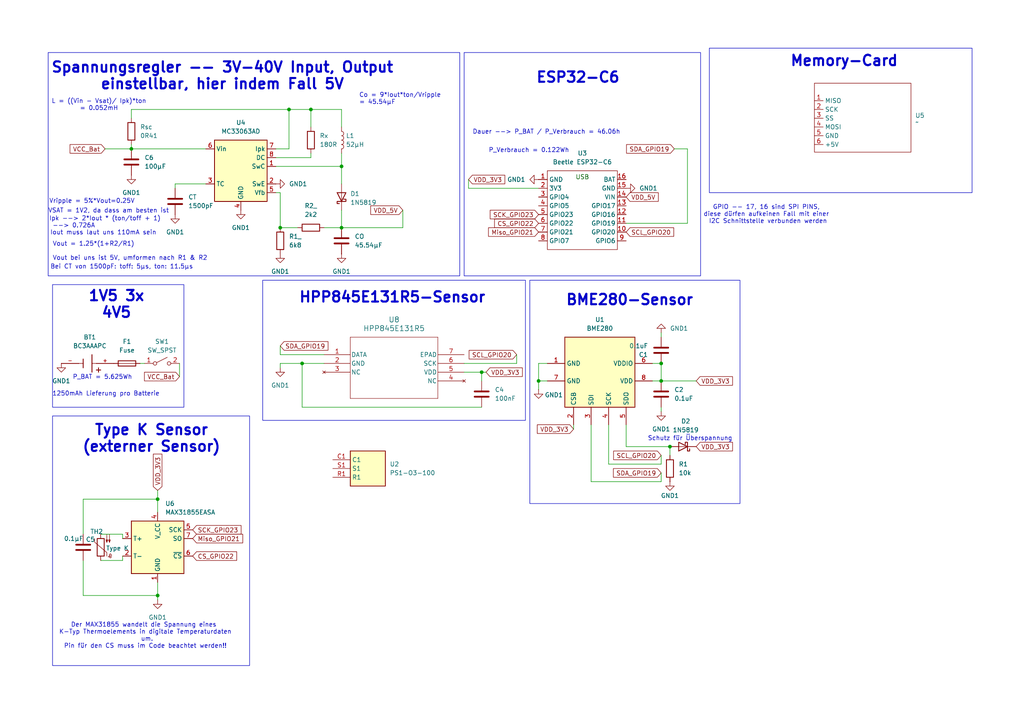
<source format=kicad_sch>
(kicad_sch (version 20231120) (generator "eeschema") (generator_version "8.0")
  (paper "A4")
  (lib_symbols
    (symbol "BC3AAPC:BC3AAPC" (pin_names (offset 1.016))
      (property "Reference" "BT" (at -3.81 3.81 0))
      (property "Value" "BC3AAPC" (at -3.81 -5.08 0))
      (symbol "BC3AAPC_0_0"
        (polyline (pts (xy -3.81 1.905) (xy -2.54 1.905)) (stroke (width 0.254)))
        (polyline (pts (xy -3.175 2.54) (xy -3.175 1.27)) (stroke (width 0.254)))
        (polyline (pts (xy -1.27 0) (xy -2.54 0)) (stroke (width 0.1524)))
        (polyline (pts (xy -1.27 0) (xy -1.27 -2.54)) (stroke (width 0.254)))
        (polyline (pts (xy -1.27 2.54) (xy -1.27 0)) (stroke (width 0.254)))
        (polyline (pts (xy 1.27 0) (xy 1.27 -1.27)) (stroke (width 0.254)))
        (polyline (pts (xy 1.27 0) (xy 2.54 0)) (stroke (width 0.1524)))
        (polyline (pts (xy 1.27 1.27) (xy 1.27 0)) (stroke (width 0.254)))
        (pin passive line (at -7.62 0 0) (length 5.08) (name "~") (number "+"))
        (pin passive line (at 7.62 0 180) (length 5.08) (name "~") (number "-"))
      )
    )
    (symbol "Device:C" (pin_numbers hide) (pin_names (offset 0.254))
      (property "Reference" "C" (at 0.635 2.54 0))
      (property "Value" "C" (at 0.635 -2.54 0))
      (symbol "C_0_1"
        (polyline (pts (xy -2.032 -0.762) (xy 2.032 -0.762)) (stroke (width 0.508)))
        (polyline (pts (xy -2.032 0.762) (xy 2.032 0.762)) (stroke (width 0.508)))
      )
      (symbol "C_1_1"
        (pin passive line (at 0 3.81 270) (length 2.794) (name "~") (number "1"))
        (pin passive line (at 0 -3.81 90) (length 2.794) (name "~") (number "2"))
      )
    )
    (symbol "Device:Fuse" (pin_numbers hide) (pin_names (offset 0))
      (property "Reference" "F" (at 2.032 0 90))
      (property "Value" "Fuse" (at -1.905 0 90))
      (symbol "Fuse_0_1"
        (rectangle (start -0.762 -2.54) (end 0.762 2.54) (stroke (width 0.254)))
        (polyline (pts (xy 0 2.54) (xy 0 -2.54)))
      )
      (symbol "Fuse_1_1"
        (pin passive line (at 0 3.81 270) (length 1.27) (name "~") (number "1"))
        (pin passive line (at 0 -3.81 90) (length 1.27) (name "~") (number "2"))
      )
    )
    (symbol "Device:L" (pin_numbers hide) (pin_names (offset 1.016) hide)
      (property "Reference" "L" (at -1.27 0 90))
      (property "Value" "L" (at 1.905 0 90))
      (symbol "L_0_1"
        (arc (start 0 -2.54) (mid 0.6323 -1.905) (end 0 -1.27))
        (arc (start 0 -1.27) (mid 0.6323 -0.635) (end 0 0))
        (arc (start 0 0) (mid 0.6323 0.635) (end 0 1.27))
        (arc (start 0 1.27) (mid 0.6323 1.905) (end 0 2.54))
      )
      (symbol "L_1_1"
        (pin passive line (at 0 3.81 270) (length 1.27) (name "1") (number "1"))
        (pin passive line (at 0 -3.81 90) (length 1.27) (name "2") (number "2"))
      )
    )
    (symbol "Device:R" (pin_numbers hide) (pin_names (offset 0))
      (property "Reference" "R" (at 2.032 0 90))
      (property "Value" "R" (at 0 0 90))
      (symbol "R_0_1"
        (rectangle (start -1.016 -2.54) (end 1.016 2.54) (stroke (width 0.254)))
      )
      (symbol "R_1_1"
        (pin passive line (at 0 3.81 270) (length 1.27) (name "~") (number "1"))
        (pin passive line (at 0 -3.81 90) (length 1.27) (name "~") (number "2"))
      )
    )
    (symbol "Diode:1N5819" (pin_numbers hide) (pin_names (offset 1.016) hide)
      (property "Reference" "D" (at 0 2.54 0))
      (property "Value" "1N5819" (at 0 -2.54 0))
      (symbol "1N5819_0_1"
        (polyline (pts (xy 1.27 0) (xy -1.27 0)))
        (polyline (pts (xy 1.27 1.27) (xy 1.27 -1.27) (xy -1.27 0) (xy 1.27 1.27)) (stroke (width 0.254)))
        (polyline (pts (xy -1.905 0.635) (xy -1.905 1.27) (xy -1.27 1.27) (xy -1.27 -1.27) (xy -0.635 -1.27) (xy -0.635 -0.635)) (stroke (width 0.254)))
      )
      (symbol "1N5819_1_1"
        (pin passive line (at -3.81 0 0) (length 2.54) (name "K") (number "1"))
        (pin passive line (at 3.81 0 180) (length 2.54) (name "A") (number "2"))
      )
    )
    (symbol "HPP845E131R5_1" (pin_names (offset 0.254))
      (property "Reference" "U" (at 20.32 10.16 0))
      (property "Value" "HPP845E131R5" (at 20.32 7.62 0))
      (symbol "HPP845E131R5_1_0_1"
        (polyline (pts (xy 7.62 -12.7) (xy 33.02 -12.7)) (stroke (width 0.127)))
        (polyline (pts (xy 7.62 5.08) (xy 7.62 -12.7)) (stroke (width 0.127)))
        (polyline (pts (xy 33.02 -12.7) (xy 33.02 5.08)) (stroke (width 0.127)))
        (polyline (pts (xy 33.02 5.08) (xy 7.62 5.08)) (stroke (width 0.127)))
        (pin unspecified line (at 0 0 0) (length 7.62) (name "DATA") (number "1"))
        (pin power_out line (at 0 -2.54 0) (length 7.62) (name "GND") (number "2"))
        (pin no_connect line (at 0 -5.08 0) (length 7.62) (name "NC") (number "3"))
        (pin no_connect line (at 40.64 -7.62 180) (length 7.62) (name "NC") (number "4"))
        (pin power_in line (at 40.64 -5.08 180) (length 7.62) (name "VDD") (number "5"))
        (pin unspecified line (at 40.64 -2.54 180) (length 7.62) (name "SCK") (number "6"))
        (pin unspecified line (at 40.64 0 180) (length 7.62) (name "EPAD") (number "7"))
      )
    )
    (symbol "PS1-O3-100:PS1-O3-100"
      (property "Reference" "U" (at 16.51 7.62 0))
      (property "Value" "PS1-O3-100" (at 16.51 5.08 0))
      (symbol "PS1-O3-100_1_1"
        (rectangle (start 5.08 2.54) (end 15.24 -7.62) (stroke (width 0.254)) (fill (type background)))
        (pin passive line (at 0 0 0) (length 5.08) (name "C1") (number "C1"))
        (pin passive line (at 0 -5.08 0) (length 5.08) (name "R1") (number "R1"))
        (pin passive line (at 0 -2.54 0) (length 5.08) (name "S1") (number "S1"))
      )
    )
    (symbol "Regulator_Switching:MC33063AD"
      (property "Reference" "U" (at -7.62 8.89 0))
      (property "Value" "MC33063AD" (at 0 8.89 0))
      (symbol "MC33063AD_0_1"
        (rectangle (start -7.62 7.62) (end 7.62 -10.16) (stroke (width 0.254)) (fill (type background)))
      )
      (symbol "MC33063AD_1_1"
        (pin open_collector line (at 10.16 0 180) (length 2.54) (name "SwC") (number "1"))
        (pin open_emitter line (at 10.16 -5.08 180) (length 2.54) (name "SwE") (number "2"))
        (pin passive line (at -10.16 -5.08 0) (length 2.54) (name "TC") (number "3"))
        (pin power_in line (at 0 -12.7 90) (length 2.54) (name "GND") (number "4"))
        (pin input line (at 10.16 -7.62 180) (length 2.54) (name "Vfb") (number "5"))
        (pin power_in line (at -10.16 5.08 0) (length 2.54) (name "Vin") (number "6"))
        (pin input line (at 10.16 5.08 180) (length 2.54) (name "Ipk") (number "7"))
        (pin open_collector line (at 10.16 2.54 180) (length 2.54) (name "DC") (number "8"))
      )
    )
    (symbol "SD_Card_Module:Modul_Fermion"
      (property "Reference" "U" (at 0 2.032 0))
      (symbol "Modul_Fermion_0_1"
        (rectangle (start 0 5.08) (end 28 -14.92))
      )
      (symbol "Modul_Fermion_1_1"
        (pin input line (at 0 0 0) (length 2.54) (name "MISO") (number "1"))
        (pin input line (at 0 -2.54 0) (length 2.54) (name "SCK") (number "2"))
        (pin input line (at 0 -5.08 0) (length 2.54) (name "SS") (number "3"))
        (pin input line (at 0 -7.62 0) (length 2.54) (name "MOSI") (number "4"))
        (pin input line (at 0 -10.16 0) (length 2.54) (name "GND") (number "5"))
        (pin input line (at 0 -12.7 0) (length 2.54) (name "+5V") (number "6"))
      )
    )
    (symbol "Sensor:BME280"
      (property "Reference" "U" (at -8.89 11.43 0))
      (property "Value" "BME280" (at 7.62 11.43 0))
      (symbol "BME280_0_1"
        (rectangle (start -10.16 10.16) (end 10.16 -10.16) (stroke (width 0.254)) (fill (type background)))
      )
      (symbol "BME280_1_1"
        (pin power_in line (at -2.54 -15.24 90) (length 5.08) (name "GND") (number "1"))
        (pin input line (at 15.24 -7.62 180) (length 5.08) (name "CSB") (number "2"))
        (pin bidirectional line (at 15.24 -2.54 180) (length 5.08) (name "SDI") (number "3"))
        (pin input line (at 15.24 2.54 180) (length 5.08) (name "SCK") (number "4"))
        (pin bidirectional line (at 15.24 7.62 180) (length 5.08) (name "SDO") (number "5"))
        (pin power_in line (at -2.54 15.24 270) (length 5.08) (name "VDDIO") (number "6"))
        (pin power_in line (at 2.54 -15.24 90) (length 5.08) (name "GND") (number "7"))
        (pin power_in line (at 2.54 15.24 270) (length 5.08) (name "VDD") (number "8"))
      )
    )
    (symbol "Sensor_Temperature:MAX31855EASA"
      (property "Reference" "U" (at -7.62 8.89 0))
      (property "Value" "MAX31855EASA" (at 1.27 8.89 0))
      (symbol "MAX31855EASA_0_1"
        (rectangle (start -7.62 7.62) (end 7.62 -7.62) (stroke (width 0.254)) (fill (type background)))
      )
      (symbol "MAX31855EASA_1_1"
        (pin power_in line (at 0 -10.16 90) (length 2.54) (name "GND") (number "1"))
        (pin passive line (at -10.16 -2.54 0) (length 2.54) (name "T-") (number "2"))
        (pin passive line (at -10.16 2.54 0) (length 2.54) (name "T+") (number "3"))
        (pin power_in line (at 0 10.16 270) (length 2.54) (name "V_CC") (number "4"))
        (pin input line (at 10.16 5.08 180) (length 2.54) (name "SCK") (number "5"))
        (pin input line (at 10.16 -2.54 180) (length 2.54) (name "~{CS}") (number "6"))
        (pin tri_state line (at 10.16 2.54 180) (length 2.54) (name "SO") (number "7"))
      )
    )
    (symbol "Sensor_Temperature:PT100" (pin_numbers hide) (pin_names (offset 0))
      (property "Reference" "TH" (at -4.445 0 90))
      (property "Value" "PT100" (at 3.175 0 90))
      (symbol "PT100_0_1"
        (arc (start -3.048 2.159) (mid -3.0495 2.3143) (end -3.175 2.413))
        (arc (start -3.048 2.159) (mid -2.9736 1.9794) (end -2.794 1.905))
        (arc (start -3.048 2.794) (mid -2.9736 2.6144) (end -2.794 2.54))
        (arc (start -2.794 1.905) (mid -2.6144 1.9794) (end -2.54 2.159))
        (arc (start -2.794 2.54) (mid -2.4393 2.5587) (end -2.159 2.794))
        (arc (start -2.794 3.048) (mid -2.9736 2.9736) (end -3.048 2.794))
        (arc (start -2.54 2.794) (mid -2.6144 2.9736) (end -2.794 3.048))
        (rectangle (start -1.016 2.54) (end 1.016 -2.54) (stroke (width 0.254)))
        (polyline (pts (xy -2.54 2.159) (xy -2.54 2.794)))
        (polyline (pts (xy -1.778 2.54) (xy -1.778 1.524) (xy 1.778 -1.524) (xy 1.778 -2.54)))
        (polyline (pts (xy -2.54 -3.683) (xy -2.54 -1.397) (xy -2.794 -2.159) (xy -2.286 -2.159) (xy -2.54 -1.397) (xy -2.54 -1.651)) (fill (type outline)))
        (polyline (pts (xy -1.778 -3.683) (xy -1.778 -1.397) (xy -2.032 -2.159) (xy -1.524 -2.159) (xy -1.778 -1.397) (xy -1.778 -1.651)) (fill (type outline)))
      )
      (symbol "PT100_1_1"
        (pin passive line (at 0 3.81 270) (length 1.27) (name "~") (number "1"))
        (pin passive line (at 0 -3.81 90) (length 1.27) (name "~") (number "2"))
      )
    )
    (symbol "Switch:SW_SPST" (pin_names (offset 0) hide)
      (property "Reference" "SW" (at 0 3.175 0))
      (property "Value" "SW_SPST" (at 0 -2.54 0))
      (symbol "SW_SPST_0_0"
        (circle (center -2.032 0) (radius 0.508))
        (polyline (pts (xy -1.524 0.254) (xy 1.524 1.778)))
        (circle (center 2.032 0) (radius 0.508))
      )
      (symbol "SW_SPST_1_1"
        (pin passive line (at -5.08 0 0) (length 2.54) (name "A") (number "1"))
        (pin passive line (at 5.08 0 180) (length 2.54) (name "B") (number "2"))
      )
    )
    (symbol "beetle_esp32-c6:Beetle_ESP32-C6"
      (property "Reference" "U" (at 0.762 23.876 0))
      (property "Value" "Beetle ESP32-C6" (at 10.414 9.398 90))
      (symbol "Beetle_ESP32-C6_0_1"
        (rectangle (start 0 22.86) (end 20.32 0))
      )
      (symbol "Beetle_ESP32-C6_1_1"
        (text "USB" (at 10.16 21.082 0) (effects (font (size 1.27 1.27))))
        (pin power_out line (at -2.54 20.32 0) (length 2.54) (name "GND") (number "1"))
        (pin bidirectional line (at 22.86 5.08 180) (length 2.54) (name "GPIO20") (number "10"))
        (pin bidirectional line (at 22.86 7.62 180) (length 2.54) (name "GPIO19") (number "11"))
        (pin bidirectional line (at 22.86 10.16 180) (length 2.54) (name "GPIO16") (number "12"))
        (pin bidirectional line (at 22.86 12.7 180) (length 2.54) (name "GPIO17") (number "13"))
        (pin power_in line (at 22.86 15.24 180) (length 2.54) (name "VIN") (number "14"))
        (pin power_in line (at 22.86 17.78 180) (length 2.54) (name "GND") (number "15"))
        (pin power_in line (at 22.86 20.32 180) (length 2.54) (name "BAT") (number "16"))
        (pin power_out line (at -2.54 17.78 0) (length 2.54) (name "3V3") (number "2"))
        (pin bidirectional line (at -2.54 15.24 0) (length 2.54) (name "GPIO4") (number "3"))
        (pin bidirectional line (at -2.54 12.7 0) (length 2.54) (name "GPIO5") (number "4"))
        (pin bidirectional line (at -2.54 10.16 0) (length 2.54) (name "GPIO23") (number "5"))
        (pin bidirectional line (at -2.54 7.62 0) (length 2.54) (name "GPIO22") (number "6"))
        (pin bidirectional line (at -2.54 5.08 0) (length 2.54) (name "GPIO21") (number "7"))
        (pin bidirectional line (at -2.54 2.54 0) (length 2.54) (name "GPIO7") (number "8"))
        (pin bidirectional line (at 22.86 2.54 180) (length 2.54) (name "GPIO6") (number "9"))
      )
    )
    (symbol "power:GND1" (power) (pin_numbers hide) (pin_names (offset 0) hide)
      (property "Value" "GND1" (at 0 -3.81 0))
      (symbol "GND1_0_1"
        (polyline (pts (xy 0 0) (xy 0 -1.27) (xy 1.27 -1.27) (xy 0 -2.54) (xy -1.27 -1.27) (xy 0 -1.27)))
      )
      (symbol "GND1_1_1"
        (pin power_in line (at 0 0 270) (length 0) (name "~") (number "1"))
      )
    )
  )
  (junction (at 194.31 129.54))
  (junction (at 156.21 110.49))
  (junction (at 99.06 48.26))
  (junction (at 45.72 172.72))
  (junction (at 191.77 110.49))
  (junction (at 83.82 31.75))
  (junction (at 45.72 144.78))
  (junction (at 99.06 66.04))
  (junction (at 87.63 105.41))
  (junction (at 38.1 43.18))
  (junction (at 90.17 31.75))
  (junction (at 81.28 66.04))
  (junction (at 191.77 105.41))
  (junction (at 139.7 107.95))
  (wire (pts (xy 139.7 107.95) (xy 140.97 107.95)))
  (wire (pts (xy 81.28 105.41) (xy 81.28 106.68)))
  (wire (pts (xy 81.28 66.04) (xy 86.36 66.04)))
  (wire (pts (xy 99.06 53.34) (xy 99.06 48.26)))
  (wire (pts (xy 191.77 119.38) (xy 191.77 118.11)))
  (wire (pts (xy 52.07 105.41) (xy 52.07 109.22)))
  (wire (pts (xy 80.01 45.72) (xy 90.17 45.72)))
  (wire (pts (xy 93.98 105.41) (xy 87.63 105.41)))
  (wire (pts (xy 99.06 66.04) (xy 99.06 60.96)))
  (wire (pts (xy 24.13 144.78) (xy 24.13 154.94)))
  (wire (pts (xy 38.1 31.75) (xy 83.82 31.75)))
  (wire (pts (xy 139.7 110.49) (xy 139.7 107.95)))
  (wire (pts (xy 87.63 118.11) (xy 87.63 105.41)))
  (wire (pts (xy 181.61 129.54) (xy 194.31 129.54)))
  (wire (pts (xy 99.06 44.45) (xy 99.06 48.26)))
  (wire (pts (xy 38.1 43.18) (xy 59.69 43.18)))
  (wire (pts (xy 24.13 162.56) (xy 24.13 172.72)))
  (wire (pts (xy 134.62 107.95) (xy 139.7 107.95)))
  (wire (pts (xy 116.84 66.04) (xy 99.06 66.04)))
  (wire (pts (xy 189.23 110.49) (xy 191.77 110.49)))
  (wire (pts (xy 35.56 162.56) (xy 35.56 161.29)))
  (wire (pts (xy 93.98 66.04) (xy 99.06 66.04)))
  (wire (pts (xy 35.56 156.21) (xy 35.56 154.94)))
  (wire (pts (xy 45.72 144.78) (xy 45.72 148.59)))
  (wire (pts (xy 189.23 105.41) (xy 191.77 105.41)))
  (wire (pts (xy 45.72 144.78) (xy 24.13 144.78)))
  (wire (pts (xy 171.45 123.19) (xy 171.45 139.7)))
  (wire (pts (xy 24.13 172.72) (xy 45.72 172.72)))
  (wire (pts (xy 80.01 48.26) (xy 99.06 48.26)))
  (wire (pts (xy 81.28 102.87) (xy 93.98 102.87)))
  (wire (pts (xy 149.86 105.41) (xy 134.62 105.41)))
  (wire (pts (xy 81.28 55.88) (xy 81.28 66.04)))
  (wire (pts (xy 90.17 31.75) (xy 99.06 31.75)))
  (wire (pts (xy 45.72 168.91) (xy 45.72 172.72)))
  (wire (pts (xy 199.39 64.77) (xy 181.61 64.77)))
  (wire (pts (xy 59.69 53.34) (xy 50.8 53.34)))
  (wire (pts (xy 156.21 105.41) (xy 158.75 105.41)))
  (wire (pts (xy 29.21 162.56) (xy 35.56 162.56)))
  (wire (pts (xy 156.21 113.03) (xy 156.21 110.49)))
  (wire (pts (xy 116.84 60.96) (xy 116.84 66.04)))
  (wire (pts (xy 45.72 142.24) (xy 45.72 144.78)))
  (wire (pts (xy 166.37 124.46) (xy 166.37 123.19)))
  (wire (pts (xy 201.93 110.49) (xy 191.77 110.49)))
  (wire (pts (xy 29.21 154.94) (xy 35.56 154.94)))
  (wire (pts (xy 135.89 52.07) (xy 135.89 54.61)))
  (wire (pts (xy 45.72 173.99) (xy 45.72 172.72)))
  (wire (pts (xy 135.89 54.61) (xy 156.21 54.61)))
  (wire (pts (xy 50.8 53.34) (xy 50.8 54.61)))
  (wire (pts (xy 41.91 105.41) (xy 40.64 105.41)))
  (wire (pts (xy 176.53 134.62) (xy 191.77 134.62)))
  (wire (pts (xy 156.21 105.41) (xy 156.21 110.49)))
  (wire (pts (xy 176.53 134.62) (xy 176.53 123.19)))
  (wire (pts (xy 191.77 105.41) (xy 191.77 110.49)))
  (wire (pts (xy 30.48 43.18) (xy 38.1 43.18)))
  (wire (pts (xy 191.77 137.16) (xy 191.77 139.7)))
  (wire (pts (xy 80.01 55.88) (xy 81.28 55.88)))
  (wire (pts (xy 139.7 118.11) (xy 87.63 118.11)))
  (wire (pts (xy 191.77 139.7) (xy 171.45 139.7)))
  (wire (pts (xy 195.58 43.18) (xy 199.39 43.18)))
  (wire (pts (xy 90.17 45.72) (xy 90.17 44.45)))
  (wire (pts (xy 83.82 31.75) (xy 83.82 43.18)))
  (wire (pts (xy 199.39 43.18) (xy 199.39 64.77)))
  (wire (pts (xy 99.06 31.75) (xy 99.06 36.83)))
  (wire (pts (xy 191.77 96.52) (xy 191.77 97.79)))
  (wire (pts (xy 83.82 31.75) (xy 90.17 31.75)))
  (wire (pts (xy 181.61 123.19) (xy 181.61 129.54)))
  (wire (pts (xy 194.31 129.54) (xy 194.31 132.08)))
  (wire (pts (xy 149.86 102.87) (xy 149.86 105.41)))
  (wire (pts (xy 87.63 105.41) (xy 81.28 105.41)))
  (wire (pts (xy 191.77 132.08) (xy 191.77 134.62)))
  (wire (pts (xy 90.17 31.75) (xy 90.17 36.83)))
  (wire (pts (xy 38.1 41.91) (xy 38.1 43.18)))
  (wire (pts (xy 38.1 34.29) (xy 38.1 31.75)))
  (wire (pts (xy 83.82 43.18) (xy 80.01 43.18)))
  (wire (pts (xy 156.21 110.49) (xy 158.75 110.49)))
  (wire (pts (xy 81.28 100.33) (xy 81.28 102.87)))
  (rectangle (start 134.62 15.24) (end 203.2 80.01))
  (rectangle (start 76.2 81.28) (end 152.4 121.92))
  (rectangle (start 153.67 81.28) (end 214.63 146.05))
  (rectangle (start 205.74 13.97) (end 281.94 55.88))
  (rectangle (start 15.24 82.55) (end 53.34 118.11))
  (rectangle (start 15.24 120.65) (end 72.39 193.04))
  (rectangle (start 13.97 15.24) (end 133.35 80.01))
  (text "BME280-Sensor" (at 182.626 87.122 0) (effects (font (size 3 3) (bold yes))))
  (text "Vripple = 5%*Vout=0.25V" (at 26.67 58.42 0) (effects (font (size 1.27 1.27))))
  (text "Spannungsregler -- 3V-40V Input, Output\neinstellbar, hier indem Fall 5V" (at 64.516 22.098 0) (effects (font (size 3 3) (bold yes))))
  (text "HPP845E131R5-Sensor" (at 113.792 86.36 0) (effects (font (size 3 3) (bold yes))))
  (text "P_Verbrauch = 0.122Wh" (at 153.416 43.688 0) (effects (font (size 1.27 1.27))))
  (text "Ipk --> 2*Iout * (ton/toff + 1)\n --> 0.726A" (at 14.224 64.516 0) (effects (font (size 1.27 1.27)) (justify left)))
  (text "Type K Sensor\n(externer Sensor)\n" (at 43.942 127.254 0) (effects (font (size 3 3) (thickness 0.6) (bold yes))))
  (text "1V5 3x\n4V5" (at 33.782 88.392 0) (effects (font (size 3 3) (thickness 0.6) (bold yes))))
  (text "Memory-Card\n" (at 244.856 17.78 0) (effects (font (size 3 3) (thickness 0.6) (bold yes))))
  (text "Bei CT von 1500pF: toff: 5µs, ton: 11.5µs" (at 35.306 77.47 0) (effects (font (size 1.27 1.27))))
  (text "Dauer --> P_BAT / P_Verbrauch = 46.06h" (at 158.496 38.354 0) (effects (font (size 1.27 1.27))))
  (text "Iout muss laut uns 110mA sein" (at 29.972 67.564 0) (effects (font (size 1.27 1.27))))
  (text "ESP32-C6" (at 167.64 22.606 0) (effects (font (size 3 3) (bold yes))))
  (text "Der MAX31855 wandelt die Spannung eines \nK-Typ Thermoelements in digitale Temperaturdaten\n um.\nPin für den CS muss im Code beachtet werden!!\n" (at 42.164 184.404 0) (effects (font (size 1.27 1.27))))
  (text "VSAT = 1V2, da dass am besten ist\n" (at 31.496 61.214 0) (effects (font (size 1.27 1.27))))
  (text "1250mAh Lieferung pro Batterie" (at 30.734 114.3 0) (effects (font (size 1.27 1.27))))
  (text "Co = 9*Iout*ton/Vripple\n= 45.54µF" (at 104.14 28.702 0) (effects (font (size 1.27 1.27)) (justify left)))
  (text "Vout = 1.25*(1+R2/R1)\n\nVout bei uns ist 5V, umformen nach R1 & R2" (at 15.24 72.898 0) (effects (font (size 1.27 1.27)) (justify left)))
  (text "Schutz für Überspannung" (at 200.152 127.254 0) (effects (font (size 1.27 1.27))))
  (text "P_BAT = 5.625Wh" (at 29.718 109.474 0) (effects (font (size 1.27 1.27))))
  (text "L = ((Vin - Vsat)/ Ipk)*ton\n= 0.052mH\n" (at 28.702 30.48 0) (effects (font (size 1.27 1.27))))
  (text "GPIO -- 17, 16 sind SPI PINS, \ndiese dürfen aufkeinen Fall mit einer \nI2C Schnittstelle verbunden werden" (at 222.758 62.23 0) (effects (font (size 1.27 1.27))))
  (global_label "SCL_GPIO20" (shape input) (at 149.86 102.87 180) (property "Intersheetrefs" "${INTERSHEET_REFS}" (effects (hide yes))))
  (global_label "VDD_3V3" (shape input) (at 45.72 142.24 90) (property "Intersheetrefs" "${INTERSHEET_REFS}" (effects (hide yes))))
  (global_label "SCK_GPIO23" (shape input) (at 156.21 62.23 180) (property "Intersheetrefs" "${INTERSHEET_REFS}" (effects (hide yes))))
  (global_label "SDA_GPIO19" (shape input) (at 81.28 100.33 0) (property "Intersheetrefs" "${INTERSHEET_REFS}" (effects (hide yes))))
  (global_label "CS_GPIO22" (shape input) (at 55.88 161.29 0) (property "Intersheetrefs" "${INTERSHEET_REFS}" (effects (hide yes))))
  (global_label "SCL_GPIO20" (shape input) (at 191.77 132.08 180) (property "Intersheetrefs" "${INTERSHEET_REFS}" (effects (hide yes))))
  (global_label "VCC_Bat" (shape input) (at 52.07 109.22 180) (property "Intersheetrefs" "${INTERSHEET_REFS}" (effects (hide yes))))
  (global_label "VCC_Bat" (shape input) (at 30.48 43.18 180) (property "Intersheetrefs" "${INTERSHEET_REFS}" (effects (hide yes))))
  (global_label "VDD_3V3" (shape input) (at 201.93 129.54 0) (property "Intersheetrefs" "${INTERSHEET_REFS}" (effects (hide yes))))
  (global_label "SCL_GPIO20" (shape input) (at 181.61 67.31 0) (property "Intersheetrefs" "${INTERSHEET_REFS}" (effects (hide yes))))
  (global_label "VDD_3V3" (shape input) (at 135.89 52.07 0) (property "Intersheetrefs" "${INTERSHEET_REFS}" (effects (hide yes))))
  (global_label "VDD_5V" (shape input) (at 181.61 57.15 0) (property "Intersheetrefs" "${INTERSHEET_REFS}" (effects (hide yes))))
  (global_label "VDD_5V" (shape input) (at 116.84 60.96 180) (property "Intersheetrefs" "${INTERSHEET_REFS}" (effects (hide yes))))
  (global_label "SCK_GPIO23" (shape input) (at 55.88 153.67 0) (property "Intersheetrefs" "${INTERSHEET_REFS}" (effects (hide yes))))
  (global_label "CS_GPIO22" (shape input) (at 156.21 64.77 180) (property "Intersheetrefs" "${INTERSHEET_REFS}" (effects (hide yes))))
  (global_label "SDA_GPIO19" (shape input) (at 191.77 137.16 180) (property "Intersheetrefs" "${INTERSHEET_REFS}" (effects (hide yes))))
  (global_label "Miso_GPIO21" (shape input) (at 55.88 156.21 0) (property "Intersheetrefs" "${INTERSHEET_REFS}" (effects (hide yes))))
  (global_label "VDD_3V3" (shape input) (at 166.37 124.46 180) (property "Intersheetrefs" "${INTERSHEET_REFS}" (effects (hide yes))))
  (global_label "VDD_3V3" (shape input) (at 201.93 110.49 0) (property "Intersheetrefs" "${INTERSHEET_REFS}" (effects (hide yes))))
  (global_label "SDA_GPIO19" (shape input) (at 195.58 43.18 180) (property "Intersheetrefs" "${INTERSHEET_REFS}" (effects (hide yes))))
  (global_label "Miso_GPIO21" (shape input) (at 156.21 67.31 180) (property "Intersheetrefs" "${INTERSHEET_REFS}" (effects (hide yes))))
  (global_label "VDD_3V3" (shape input) (at 140.97 107.95 0) (property "Intersheetrefs" "${INTERSHEET_REFS}" (effects (hide yes))))
  (symbol (lib_id "power:GND1") (at 80.01 53.34 90) (unit 1)
    (property "Reference" "#PWR014" (effects (hide yes)))
    (property "Value" "GND1" (at 83.82 53.3399 90) (effects (justify right)))
    (property "Description" "Power symbol creates a global label with name \"GND1\" , ground" (effects (hide yes)))
  )
  (symbol (lib_id "Device:C") (at 139.7 114.3 0) (unit 1)
    (property "Reference" "C4" (at 143.51 113.0299 0) (effects (justify left)))
    (property "Value" "100nF" (at 143.51 115.5699 0) (effects (justify left)))
    (property "Footprint" "Capacitor_SMD:C_0402_1005Metric_Pad0.74x0.62mm_HandSolder" (effects (hide yes)))
    (property "Description" "Unpolarized capacitor" (effects (hide yes)))
  )
  (symbol (lib_id "power:GND1") (at 50.8 62.23 0) (unit 1)
    (property "Reference" "#PWR012" (effects (hide yes)))
    (property "Value" "GND1" (at 50.8 67.31 0))
    (property "Description" "Power symbol creates a global label with name \"GND1\" , ground" (effects (hide yes)))
  )
  (symbol (lib_id "power:GND1") (at 69.85 60.96 0) (unit 1)
    (property "Reference" "#PWR011" (effects (hide yes)))
    (property "Value" "GND1" (at 69.85 66.04 0))
    (property "Description" "Power symbol creates a global label with name \"GND1\" , ground" (effects (hide yes)))
  )
  (symbol (lib_id "Device:R") (at 81.28 69.85 180) (unit 1)
    (property "Reference" "R1_" (at 83.82 68.5799 0) (effects (justify right)))
    (property "Value" "6k8" (at 83.82 71.1199 0) (effects (justify right)))
    (property "Footprint" "Resistor_SMD:R_0402_1005Metric" (effects (hide yes)))
    (property "Description" "Resistor" (effects (hide yes)))
  )
  (symbol (lib_id "Device:C") (at 99.06 69.85 0) (unit 1)
    (property "Reference" "CO" (at 102.87 68.5799 0) (effects (justify left)))
    (property "Value" "45.54µF" (at 102.87 71.1199 0) (effects (justify left)))
    (property "Footprint" "Capacitor_SMD:C_0402_1005Metric_Pad0.74x0.62mm_HandSolder" (effects (hide yes)))
    (property "Description" "Unpolarized capacitor" (effects (hide yes)))
  )
  (symbol (lib_id "power:GND1") (at 156.21 113.03 0) (unit 1)
    (property "Reference" "#PWR021" (effects (hide yes)))
    (property "Value" "GND1" (at 157.988 114.554 0) (effects (justify left)))
    (property "Description" "Power symbol creates a global label with name \"GND1\" , ground" (effects (hide yes)))
  )
  (symbol (lib_id "BC3AAPC:BC3AAPC") (at 25.4 105.41 180) (unit 1)
    (property "Reference" "BT1" (at 26.0604 97.79 0))
    (property "Value" "BC3AAAPC" (at 26.0604 100.33 0))
    (property "Footprint" "Battery:BatteryHolder_Keystone_2479_3xAAA" (effects (hide yes)))
    (property "MF" "MPD (Memory Protection Devices)" (effects (hide yes)))
    (property "MAXIMUM_PACKAGE_HEIGHT" "16.5 mm" (effects (hide yes)))
    (property "Package" "None" (effects (hide yes)))
    (property "Price" "None" (effects (hide yes)))
    (property "Check_prices" "https://www.snapeda.com/parts/BC3AAPC/MPD/view-part/?ref=eda" (effects (hide yes)))
    (property "STANDARD" "Manufacturer Recommendations" (effects (hide yes)))
    (property "PARTREV" "J" (effects (hide yes)))
    (property "SnapEDA_Link" "https://www.snapeda.com/parts/BC3AAPC/MPD/view-part/?ref=snap" (effects (hide yes)))
    (property "MP" "BC3AAPC" (effects (hide yes)))
    (property "Description_1" "\n                        \n                            Battery Holder 3 Cells AA Size Polypropylene\n                        \n" (effects (hide yes)))
    (property "Availability" "In Stock" (effects (hide yes)))
    (property "MANUFACTURER" "MPD" (effects (hide yes)))
  )
  (symbol (lib_id "Device:C") (at 50.8 58.42 0) (unit 1)
    (property "Reference" "CT" (at 54.61 57.1499 0) (effects (justify left)))
    (property "Value" "1500pF" (at 54.61 59.6899 0) (effects (justify left)))
    (property "Footprint" "Capacitor_SMD:C_0402_1005Metric_Pad0.74x0.62mm_HandSolder" (effects (hide yes)))
    (property "Description" "Unpolarized capacitor" (effects (hide yes)))
  )
  (symbol (lib_id "Device:C") (at 191.77 101.6 0) (unit 1)
    (property "Reference" "C1" (at 187.96 102.8701 0) (effects (justify right)))
    (property "Value" "0.1uF" (at 187.96 100.3301 0) (effects (justify right)))
    (property "Footprint" "Capacitor_SMD:C_0402_1005Metric_Pad0.74x0.62mm_HandSolder" (effects (hide yes)))
    (property "Description" "Unpolarized capacitor" (effects (hide yes)))
  )
  (symbol (lib_id "Device:C") (at 38.1 46.99 0) (unit 1)
    (property "Reference" "C6" (at 41.91 45.7199 0) (effects (justify left)))
    (property "Value" "100µF" (at 41.91 48.2599 0) (effects (justify left)))
    (property "Footprint" "Capacitor_SMD:C_0402_1005Metric_Pad0.74x0.62mm_HandSolder" (effects (hide yes)))
    (property "Description" "Unpolarized capacitor" (effects (hide yes)))
  )
  (symbol (lib_id "Device:Fuse") (at 36.83 105.41 90) (unit 1)
    (property "Reference" "F1" (at 36.83 99.06 90))
    (property "Value" "Fuse" (at 36.83 101.6 90))
    (property "Footprint" "Fuse:Fuseholder_TR5_Littelfuse_No560_No460" (effects (hide yes)))
    (property "Description" "Fuse" (effects (hide yes)))
  )
  (symbol (lib_id "Device:R") (at 90.17 66.04 90) (unit 1)
    (property "Reference" "R2_" (at 90.17 59.69 90))
    (property "Value" "2k2" (at 90.17 62.23 90))
    (property "Footprint" "Resistor_SMD:R_0402_1005Metric" (effects (hide yes)))
    (property "Description" "Resistor" (effects (hide yes)))
  )
  (symbol (lib_id "Sensor_Temperature:PT100") (at 29.21 158.75 180) (unit 1)
    (property "Reference" "TH2" (at 26.162 154.178 0) (effects (justify right)))
    (property "Value" "Type K" (at 30.734 159.004 0) (effects (justify right)))
    (property "Footprint" "Resistor_THT:R_Axial_DIN0204_L3.6mm_D1.6mm_P5.08mm_Horizontal" (effects (hide yes)))
    (property "Datasheet" "https://www.heraeus.com/media/media/group/doc_group/products_1/hst/sot_to/de_15/to_92_d.pdf" (effects (hide yes)))
    (property "Description" "PT100 platinum temperature sensor (RTD)" (effects (hide yes)))
  )
  (symbol (lib_id "Diode:1N5819") (at 198.12 129.54 180) (unit 1)
    (property "Reference" "D2" (at 198.882 122.174 0))
    (property "Value" "1N5819" (at 198.882 124.714 0))
    (property "Footprint" "Diode_THT:D_DO-41_SOD81_P10.16mm_Horizontal" (effects (hide yes)))
    (property "Datasheet" "http://www.vishay.com/docs/88525/1n5817.pdf" (effects (hide yes)))
    (property "Description" "40V 1A Schottky Barrier Rectifier Diode, DO-41" (effects (hide yes)))
  )
  (symbol (lib_id "power:GND1") (at 156.21 52.07 270) (unit 1)
    (property "Reference" "#PWR05" (effects (hide yes)))
    (property "Value" "GND1" (at 152.4 52.0699 90) (effects (justify right)))
    (property "Description" "Power symbol creates a global label with name \"GND1\" , ground" (effects (hide yes)))
  )
  (symbol (lib_id "power:GND1") (at 194.31 139.7 0) (unit 1)
    (property "Reference" "#PWR02" (effects (hide yes)))
    (property "Value" "GND1" (at 194.31 143.764 0))
    (property "Description" "Power symbol creates a global label with name \"GND1\" , ground" (effects (hide yes)))
  )
  (symbol (lib_id "power:GND1") (at 191.77 119.38 0) (unit 1)
    (property "Reference" "#PWR019" (effects (hide yes)))
    (property "Value" "GND1" (at 191.77 124.46 0))
    (property "Description" "Power symbol creates a global label with name \"GND1\" , ground" (effects (hide yes)))
  )
  (symbol (lib_id "Device:R") (at 38.1 38.1 0) (unit 1)
    (property "Reference" "Rsc" (at 40.64 36.8299 0) (effects (justify left)))
    (property "Value" "0R41" (at 40.64 39.3699 0) (effects (justify left)))
    (property "Footprint" "Resistor_SMD:R_0402_1005Metric" (effects (hide yes)))
    (property "Description" "Resistor" (effects (hide yes)))
  )
  (symbol (lib_id "Switch:SW_SPST") (at 46.99 105.41 0) (unit 1)
    (property "Reference" "SW1" (at 46.99 99.06 0))
    (property "Value" "SW_SPST" (at 46.99 101.6 0))
    (property "Footprint" "Button_Switch_THT:SW_SPST_Omron_B3F-40xx" (effects (hide yes)))
    (property "Description" "Single Pole Single Throw (SPST) switch" (effects (hide yes)))
  )
  (symbol (lib_id "Device:L") (at 99.06 40.64 0) (unit 1)
    (property "Reference" "L1" (at 100.33 39.3699 0) (effects (justify left)))
    (property "Value" "52µH" (at 100.33 41.9099 0) (effects (justify left)))
    (property "Footprint" "Inductor_SMD:L_0402_1005Metric_Pad0.77x0.64mm_HandSolder" (effects (hide yes)))
    (property "Description" "Inductor" (effects (hide yes)))
  )
  (symbol (lib_id "power:GND1") (at 17.78 105.41 0) (unit 1)
    (property "Reference" "#PWR01" (effects (hide yes)))
    (property "Value" "GND1" (at 17.78 110.49 0))
    (property "Description" "Power symbol creates a global label with name \"GND1\" , ground" (effects (hide yes)))
  )
  (symbol (lib_id "power:GND1") (at 81.28 106.68 0) (unit 1)
    (property "Reference" "#PWR020" (effects (hide yes)))
    (property "Value" "GND1" (at 81.28 111.76 0))
    (property "Description" "Power symbol creates a global label with name \"GND1\" , ground" (effects (hide yes)))
  )
  (symbol (lib_id "Device:R") (at 194.31 135.89 0) (unit 1)
    (property "Reference" "R1" (at 196.85 134.6199 0) (effects (justify left)))
    (property "Value" "10k" (at 196.85 137.1599 0) (effects (justify left)))
    (property "Footprint" "Resistor_SMD:R_0402_1005Metric" (effects (hide yes)))
    (property "Description" "Resistor" (effects (hide yes)))
  )
  (symbol (lib_id "Device:R") (at 90.17 40.64 180) (unit 1)
    (property "Reference" "Rx" (at 92.71 39.3699 0) (effects (justify right)))
    (property "Value" "180R" (at 92.71 41.9099 0) (effects (justify right)))
    (property "Footprint" "Resistor_SMD:R_0402_1005Metric" (effects (hide yes)))
    (property "Description" "Resistor" (effects (hide yes)))
  )
  (symbol (lib_id "Device:C") (at 191.77 114.3 180) (unit 1)
    (property "Reference" "C2" (at 195.58 113.0299 0) (effects (justify right)))
    (property "Value" "0.1uF" (at 195.58 115.5699 0) (effects (justify right)))
    (property "Footprint" "Capacitor_SMD:C_0402_1005Metric_Pad0.74x0.62mm_HandSolder" (effects (hide yes)))
    (property "Description" "Unpolarized capacitor" (effects (hide yes)))
  )
  (symbol (lib_id "power:GND1") (at 45.72 173.99 0) (unit 1)
    (property "Reference" "#PWR025" (effects (hide yes)))
    (property "Value" "GND1" (at 45.72 179.07 0))
    (property "Description" "Power symbol creates a global label with name \"GND1\" , ground" (effects (hide yes)))
  )
  (symbol (lib_id "power:GND1") (at 181.61 54.61 90) (unit 1)
    (property "Reference" "#PWR010" (effects (hide yes)))
    (property "Value" "GND1" (at 185.42 54.6099 90) (effects (justify right)))
    (property "Description" "Power symbol creates a global label with name \"GND1\" , ground" (effects (hide yes)))
  )
  (symbol (lib_id "Diode:1N5819") (at 99.06 57.15 90) (unit 1)
    (property "Reference" "D1" (at 101.6 56.1974 90) (effects (justify right)))
    (property "Value" "1N5819" (at 101.6 58.7374 90) (effects (justify right)))
    (property "Footprint" "Diode_THT:D_DO-41_SOD81_P10.16mm_Horizontal" (effects (hide yes)))
    (property "Datasheet" "http://www.vishay.com/docs/88525/1n5817.pdf" (effects (hide yes)))
    (property "Description" "40V 1A Schottky Barrier Rectifier Diode, DO-41" (effects (hide yes)))
  )
  (symbol (lib_id "Device:C") (at 24.13 158.75 0) (unit 1)
    (property "Reference" "C5" (at 24.892 156.464 0) (effects (justify left)))
    (property "Value" "0.1µF" (at 18.542 156.21 0) (effects (justify left)))
    (property "Footprint" "Capacitor_SMD:C_0402_1005Metric_Pad0.74x0.62mm_HandSolder" (effects (hide yes)))
    (property "Description" "Unpolarized capacitor" (effects (hide yes)))
  )
  (symbol (lib_id "beetle_esp32-c6:Beetle_ESP32-C6") (at 158.75 72.39 0) (unit 1)
    (property "Reference" "U3" (at 168.91 44.45 0))
    (property "Value" "Beetle ESP32-C6" (at 168.91 46.99 0))
    (property "Footprint" "ESP32_C6_Firma:Beetle ESP32-C6" (effects (hide yes)))
  )
  (symbol (lib_id "power:GND1") (at 38.1 50.8 0) (unit 1)
    (property "Reference" "#PWR07" (effects (hide yes)))
    (property "Value" "GND1" (at 38.1 55.88 0))
    (property "Description" "Power symbol creates a global label with name \"GND1\" , ground" (effects (hide yes)))
  )
  (symbol (lib_id "Sensor_Temperature:MAX31855EASA") (at 45.72 158.75 0) (unit 1)
    (property "Reference" "U6" (at 47.9141 146.05 0) (effects (justify left)))
    (property "Value" "MAX31855EASA" (at 47.9141 148.59 0) (effects (justify left)))
    (property "Footprint" "Package_SO:SOIC-8_3.9x4.9mm_P1.27mm" (effects (hide yes)))
    (property "Datasheet" "http://datasheets.maximintegrated.com/en/ds/MAX31855.pdf" (effects (hide yes)))
    (property "Description" "Cold Junction E-type Termocouple Interface, SPI, SO8" (effects (hide yes)))
  )
  (symbol (lib_id "PS1-O3-100:PS1-O3-100") (at 96.52 133.35 0) (unit 1)
    (property "Reference" "U2" (at 113.03 134.6199 0) (effects (justify left)))
    (property "Value" "PS1-O3-100" (at 113.03 137.1599 0) (effects (justify left)))
    (property "Footprint" "PS1O3100" (effects (hide yes)))
    (property "Datasheet" "https://sgx.cdistore.com/datasheets/sgx/ds-0353-ps1ps4-o3-100.pdf" (effects (hide yes)))
    (property "Description" "SENSOR OZONE 100PPM -20C ~ 40C" (effects (hide yes)))
    (property "Height" "5.6" (effects (hide yes)))
    (property "Manufacturer_Name" "SGX Sensortech Limited" (effects (hide yes)))
    (property "Manufacturer_Part_Number" "PS1-O3-100" (effects (hide yes)))
  )
  (symbol (lib_id "power:GND1") (at 191.77 96.52 180) (unit 1)
    (property "Reference" "#PWR016" (effects (hide yes)))
    (property "Value" "GND1" (at 194.31 95.2499 0) (effects (justify right)))
    (property "Description" "Power symbol creates a global label with name \"GND1\" , ground" (effects (hide yes)))
  )
  (symbol (lib_id "power:GND1") (at 99.06 73.66 0) (unit 1)
    (property "Reference" "#PWR017" (effects (hide yes)))
    (property "Value" "GND1" (at 99.06 78.74 0))
    (property "Description" "Power symbol creates a global label with name \"GND1\" , ground" (effects (hide yes)))
  )
  (symbol (lib_name "HPP845E131R5_1") (lib_id "HPP845E131R5:HPP845E131R5") (at 93.98 102.87 0) (unit 1)
    (property "Reference" "U8" (at 114.3 92.71 0) (effects (font (size 1.524 1.524))))
    (property "Value" "HPP845E131R5" (at 114.3 95.25 0) (effects (font (size 1.524 1.524))))
    (property "Footprint" "HPP845E131R5:SON6_HPP845E131R5_TEC" (effects (hide yes)))
    (property "Datasheet" "HPP845E131R5" (effects (hide yes)))
  )
  (symbol (lib_id "SD_Card_Module:Modul_Fermion") (at 236.22 29.21 0) (unit 1)
    (property "Reference" "U5" (at 265.43 33.4949 0) (effects (justify left)))
    (property "Value" "~" (at 265.43 35.4 0) (effects (justify left)))
    (property "Footprint" "Connector_PinHeader_2.54mm:PinHeader_1x06_P2.54mm_Vertical" (effects (hide yes)))
  )
  (symbol (lib_id "power:GND1") (at 81.28 73.66 0) (unit 1)
    (property "Reference" "#PWR018" (effects (hide yes)))
    (property "Value" "GND1" (at 81.28 78.74 0))
    (property "Description" "Power symbol creates a global label with name \"GND1\" , ground" (effects (hide yes)))
  )
  (symbol (lib_id "Sensor:BME280") (at 173.99 107.95 270) (unit 1)
    (property "Reference" "U1" (at 173.99 92.71 90))
    (property "Value" "BME280" (at 173.99 95.25 90))
    (property "Footprint" "Package_LGA:Bosch_LGA-8_2.5x2.5mm_P0.65mm_ClockwisePinNumbering" (effects (hide yes)))
    (property "Datasheet" "https://www.bosch-sensortec.com/media/boschsensortec/downloads/datasheets/bst-bme280-ds002.pdf" (effects (hide yes)))
    (property "Description" "3-in-1 sensor, humidity, pressure, temperature, I2C and SPI interface, 1.71-3.6V, LGA-8" (effects (hide yes)))
  )
  (symbol (lib_id "Regulator_Switching:MC33063AD") (at 69.85 48.26 0) (unit 1)
    (property "Reference" "U4" (at 69.85 35.56 0))
    (property "Value" "MC33063AD" (at 69.85 38.1 0))
    (property "Footprint" "Package_SO:SOIC-8_3.9x4.9mm_P1.27mm" (effects (hide yes)))
    (property "Datasheet" "http://www.onsemi.com/pub_link/Collateral/MC34063A-D.PDF" (effects (hide yes)))
    (property "Description" "1.5A, step-up/down/inverting switching regulator, 3-40V Vin, 100kHz, SO-8" (effects (hide yes)))
  )
)
</source>
